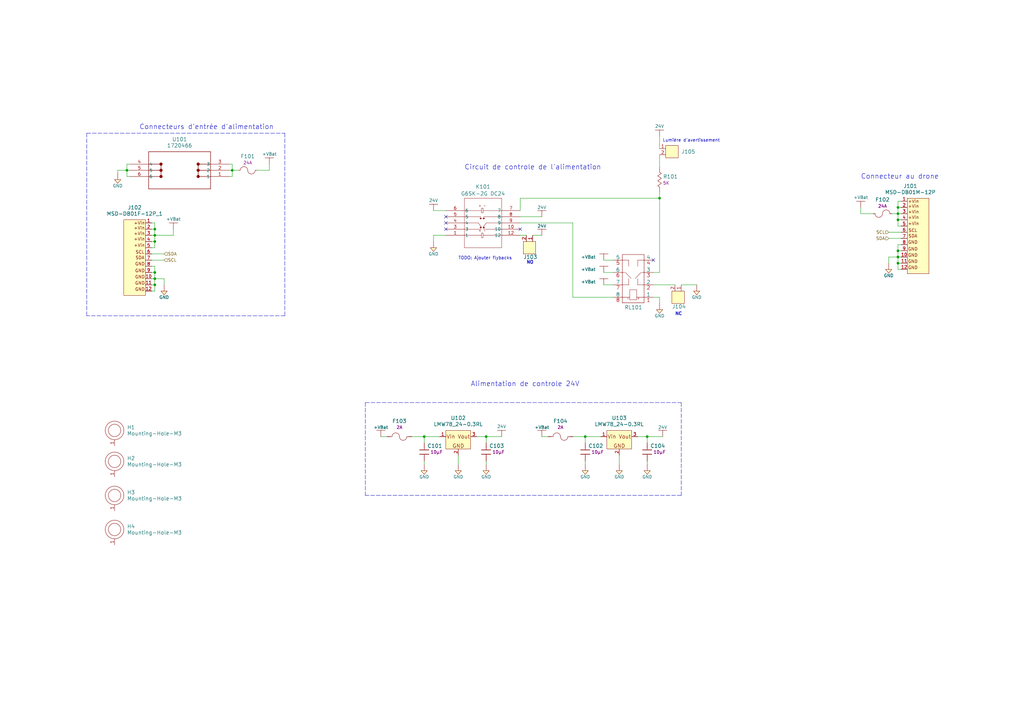
<source format=kicad_sch>
(kicad_sch (version 20230121) (generator eeschema)
  (paper "A3")
  (lib_symbols
    (symbol "Capacitors:GRM32EC72A106ME05L" (pin_numbers hide) (pin_names (offset 0) hide)
      (property "Reference" "C" (at -1.27 4.064 0))
      (property "Capacitance (Farad)" "10µF" (at -1.27 -3.048 0))
      (symbol "GRM32EC72A106ME05L_0_1"
        (polyline (pts (xy -2.54 0) (xy -2.286 0)))
        (polyline (pts (xy -2.159 1.905) (xy -2.159 -1.905)) (stroke (width 0.254)))
        (polyline (pts (xy -0.381 1.905) (xy -0.381 -1.905)) (stroke (width 0.254)))
        (polyline (pts (xy 0 0) (xy -0.254 0)))
        (polyline (pts (xy 0.635 0) (xy 1.27 0)))
      )
      (symbol "GRM32EC72A106ME05L_1_1"
        (pin passive line (at -5.08 0 0) (length 2.54) (name "1") (number "1"))
        (pin passive line (at 2.54 0 180) (length 2.54) (name "2") (number "2"))
      )
    )
    (symbol "Connectors:1720466" (pin_names (offset 0.254))
      (property "Reference" "U" (at 20.32 10.16 0))
      (property "Value" "1720466" (at 20.32 7.62 0))
      (symbol "1720466_0_1"
        (polyline (pts (xy 7.62 -10.16) (xy 33.02 -10.16)) (stroke (width 0.2032)))
        (polyline (pts (xy 7.62 -5.08) (xy 12.7 -5.08)) (stroke (width 0.2032)))
        (polyline (pts (xy 7.62 -2.54) (xy 12.7 -2.54)) (stroke (width 0.2032)))
        (polyline (pts (xy 7.62 0) (xy 12.7 0)) (stroke (width 0.2032)))
        (polyline (pts (xy 7.62 5.08) (xy 7.62 -10.16)) (stroke (width 0.2032)))
        (polyline (pts (xy 12.7 -5.08) (xy 12.7 0)) (stroke (width 0.2032)))
        (polyline (pts (xy 27.94 0) (xy 27.94 -5.08)) (stroke (width 0.2032)))
        (polyline (pts (xy 33.02 -10.16) (xy 33.02 5.08)) (stroke (width 0.2032)))
        (polyline (pts (xy 33.02 -5.08) (xy 27.94 -5.08)) (stroke (width 0.2032)))
        (polyline (pts (xy 33.02 -2.54) (xy 27.94 -2.54)) (stroke (width 0.2032)))
        (polyline (pts (xy 33.02 0) (xy 27.94 0)) (stroke (width 0.2032)))
        (polyline (pts (xy 33.02 5.08) (xy 7.62 5.08)) (stroke (width 0.2032)))
        (circle (center 12.7 -5.08) (radius 0.127) (stroke (width 0.508)))
        (circle (center 12.7 -2.54) (radius 0.127) (stroke (width 0.508)))
        (circle (center 12.7 0) (radius 0.127) (stroke (width 0.508)))
        (circle (center 27.94 -5.08) (radius 0.127) (stroke (width 0.508)))
        (circle (center 27.94 -2.54) (radius 0.127) (stroke (width 0.508)))
        (circle (center 27.94 0) (radius 0.127) (stroke (width 0.508)))
        (pin unspecified line (at 0 0 0) (length 7.62) (name "1") (number "1"))
        (pin unspecified line (at 0 -2.54 0) (length 7.62) (name "2") (number "2"))
        (pin unspecified line (at 0 -5.08 0) (length 7.62) (name "3") (number "3"))
        (pin unspecified line (at 40.64 -5.08 180) (length 7.62) (name "4") (number "4"))
        (pin unspecified line (at 40.64 -2.54 180) (length 7.62) (name "5") (number "5"))
        (pin unspecified line (at 40.64 0 180) (length 7.62) (name "6") (number "6"))
      )
    )
    (symbol "Connectors:64900221122" (pin_names (offset 0) hide)
      (property "Reference" "J" (at 0 5.08 0))
      (property "Value" "64900221122" (at 0 -3.81 0))
      (symbol "64900221122_0_1"
        (rectangle (start -2.54 3.81) (end 2.54 -1.27) (fill (type background)))
      )
      (symbol "64900221122_1_1"
        (pin passive line (at 5.08 0 180) (length 2.54) (name "1") (number "1"))
        (pin passive line (at 5.08 2.54 180) (length 2.54) (name "2") (number "2"))
      )
    )
    (symbol "Connectors:MSD-DB01F-12P_1" (pin_names (offset 0) hide)
      (property "Reference" "J" (at 0 34.29 0))
      (property "Value" "MSD-DB01F-12P_1" (at 0 -3.81 0))
      (symbol "MSD-DB01F-12P_1_0_1"
        (rectangle (start -7.62 31.75) (end 1.27 0.762) (fill (type background)))
      )
      (symbol "MSD-DB01F-12P_1_1_1"
        (text "+Vin" (at -1.27 21.336 0) (effects (font (size 1.27 1.27))))
        (text "+Vin" (at -1.27 23.876 0) (effects (font (size 1.27 1.27))))
        (text "+Vin" (at -1.27 26.162 0) (effects (font (size 1.27 1.27))))
        (text "+Vin" (at -1.27 28.448 0) (effects (font (size 1.27 1.27))))
        (text "+Vin" (at -1.27 30.48 0) (effects (font (size 1.27 1.27))))
        (text "GND" (at -1.016 3.302 0) (effects (font (size 1.27 1.27))))
        (text "GND" (at -1.016 5.842 0) (effects (font (size 1.27 1.27))))
        (text "GND" (at -1.016 8.382 0) (effects (font (size 1.27 1.27))))
        (text "GND" (at -1.016 10.922 0) (effects (font (size 1.27 1.27))))
        (text "GND" (at -1.016 13.716 0) (effects (font (size 1.27 1.27))))
        (text "SCL" (at -1.016 18.542 0) (effects (font (size 1.27 1.27))))
        (text "SDA" (at -1.016 16.256 0) (effects (font (size 1.27 1.27))))
        (pin passive line (at 3.81 30.48 180) (length 2.54) (name "1") (number "1"))
        (pin passive line (at 3.81 7.62 180) (length 2.54) (name "10") (number "10"))
        (pin passive line (at 3.81 5.08 180) (length 2.54) (name "11") (number "11"))
        (pin passive line (at 3.81 2.54 180) (length 2.54) (name "12") (number "12"))
        (pin passive line (at 3.81 27.94 180) (length 2.54) (name "2") (number "2"))
        (pin passive line (at 3.81 25.4 180) (length 2.54) (name "3") (number "3"))
        (pin passive line (at 3.81 22.86 180) (length 2.54) (name "4") (number "4"))
        (pin passive line (at 3.81 20.32 180) (length 2.54) (name "5") (number "5"))
        (pin passive line (at 3.81 17.78 180) (length 2.54) (name "6") (number "6"))
        (pin passive line (at 3.81 15.24 180) (length 2.54) (name "7") (number "7"))
        (pin passive line (at 3.81 12.7 180) (length 2.54) (name "8") (number "8"))
        (pin passive line (at 3.81 10.16 180) (length 2.54) (name "9") (number "9"))
      )
    )
    (symbol "Connectors:MSD-DB01M-12P" (pin_names (offset 0) hide)
      (property "Reference" "J" (at 0 34.29 0))
      (property "Value" "MSD-DB01M-12P" (at 0 -3.81 0))
      (symbol "MSD-DB01M-12P_0_1"
        (rectangle (start -7.62 31.75) (end 1.27 0.762) (fill (type background)))
      )
      (symbol "MSD-DB01M-12P_1_1"
        (text "+Vin" (at -1.27 21.336 0) (effects (font (size 1.27 1.27))))
        (text "+Vin" (at -1.27 23.876 0) (effects (font (size 1.27 1.27))))
        (text "+Vin" (at -1.27 26.162 0) (effects (font (size 1.27 1.27))))
        (text "+Vin" (at -1.27 28.448 0) (effects (font (size 1.27 1.27))))
        (text "+Vin" (at -1.27 30.48 0) (effects (font (size 1.27 1.27))))
        (text "GND" (at -1.016 3.302 0) (effects (font (size 1.27 1.27))))
        (text "GND" (at -1.016 5.842 0) (effects (font (size 1.27 1.27))))
        (text "GND" (at -1.016 8.382 0) (effects (font (size 1.27 1.27))))
        (text "GND" (at -1.016 10.922 0) (effects (font (size 1.27 1.27))))
        (text "GND" (at -1.016 13.716 0) (effects (font (size 1.27 1.27))))
        (text "SCL" (at -1.016 18.542 0) (effects (font (size 1.27 1.27))))
        (text "SDA" (at -1.016 16.256 0) (effects (font (size 1.27 1.27))))
        (pin passive line (at 3.81 30.48 180) (length 2.54) (name "1") (number "1"))
        (pin passive line (at 3.81 7.62 180) (length 2.54) (name "10") (number "10"))
        (pin passive line (at 3.81 5.08 180) (length 2.54) (name "11") (number "11"))
        (pin passive line (at 3.81 2.54 180) (length 2.54) (name "12") (number "12"))
        (pin passive line (at 3.81 27.94 180) (length 2.54) (name "2") (number "2"))
        (pin passive line (at 3.81 25.4 180) (length 2.54) (name "3") (number "3"))
        (pin passive line (at 3.81 22.86 180) (length 2.54) (name "4") (number "4"))
        (pin passive line (at 3.81 20.32 180) (length 2.54) (name "5") (number "5"))
        (pin passive line (at 3.81 17.78 180) (length 2.54) (name "6") (number "6"))
        (pin passive line (at 3.81 15.24 180) (length 2.54) (name "7") (number "7"))
        (pin passive line (at 3.81 12.7 180) (length 2.54) (name "8") (number "8"))
        (pin passive line (at 3.81 10.16 180) (length 2.54) (name "9") (number "9"))
      )
    )
    (symbol "Fuses:047706.3MRET1P" (pin_numbers hide) (pin_names (offset 0) hide)
      (property "Reference" "F" (at 0 2.794 0))
      (property "Current Rating (A)" "6.3A" (at 0 -2.54 0))
      (symbol "047706.3MRET1P_0_1"
        (arc (start 0 0) (mid 1.524 -1.5174) (end 3.048 0))
      )
      (symbol "047706.3MRET1P_1_1"
        (arc (start 0 0) (mid -1.524 1.5174) (end -3.048 0))
        (pin passive line (at -3.81 0 0) (length 0.762) (name "~") (number "~"))
        (pin passive line (at 3.81 0 180) (length 0.762) (name "~") (number "~"))
      )
    )
    (symbol "Fuses:0698Q2000-02" (pin_numbers hide) (pin_names (offset 0) hide)
      (property "Reference" "F" (at 0 2.794 0))
      (property "Current Rating (A)" "2A" (at 0 -2.54 0))
      (symbol "0698Q2000-02_0_1"
        (rectangle (start -3.81 0) (end -3.048 0) (fill (type background)))
        (arc (start 0 0) (mid 1.524 -1.5174) (end 3.048 0))
        (rectangle (start 3.048 0) (end 3.81 0) (fill (type background)))
      )
      (symbol "0698Q2000-02_1_1"
        (arc (start 0 0) (mid -1.524 1.5174) (end -3.048 0))
        (pin passive line (at -5.08 0 0) (length 1.27) (name "1") (number "1"))
        (pin passive line (at 5.08 0 180) (length 1.27) (name "2") (number "2"))
      )
    )
    (symbol "Mechanicals:Mounting-Hole-M3" (pin_names (offset 1.016))
      (property "Reference" "H" (at 0 5.08 0))
      (property "Value" "Mounting-Hole-M3" (at 0 -11.43 0))
      (symbol "Mounting-Hole-M3_0_1"
        (circle (center 0 0) (radius 2.54))
        (circle (center 0 0) (radius 3.81))
      )
      (symbol "Mounting-Hole-M3_1_1"
        (pin input line (at 0 -6.35 90) (length 2.54) (name "~") (number "1"))
      )
    )
    (symbol "PMIC:LMW78_24-0.3RL" (pin_names (offset 0) hide)
      (property "Reference" "U" (at 0 3.81 0))
      (property "Value" "LMW78_24-0.3RL" (at 0 -10.16 0))
      (symbol "LMW78_24-0.3RL_0_0"
        (text "GND" (at 0 -3.81 0) (effects (font (size 1.524 1.524))))
        (text "Vin" (at -3.048 0 0) (effects (font (size 1.524 1.524))))
        (text "Vout" (at 2.286 0 0) (effects (font (size 1.524 1.524))))
      )
      (symbol "LMW78_24-0.3RL_0_1"
        (rectangle (start -5.08 -5.08) (end 5.08 2.54) (fill (type background)))
      )
      (symbol "LMW78_24-0.3RL_1_1"
        (pin input line (at -7.62 0 0) (length 2.54) (name "Vin") (number "1"))
        (pin input line (at 0 -7.62 90) (length 2.54) (name "GND") (number "2"))
        (pin input line (at 7.62 0 180) (length 2.54) (name "Vout") (number "3"))
      )
    )
    (symbol "Power_Port:+24V_Bat" (power) (pin_numbers hide) (pin_names (offset 0) hide)
      (property "Value" "+24V_Bat" (at -0.254 3.556 0))
      (symbol "+24V_Bat_0_1"
        (polyline (pts (xy -1.778 2.54) (xy 0 2.54)))
        (polyline (pts (xy 0 0) (xy 0 2.54)))
        (polyline (pts (xy 0 2.54) (xy 1.778 2.54)))
      )
      (symbol "+24V_Bat_1_1"
        (pin power_in line (at 0 0 90) (length 0) hide (name "24V") (number "1"))
      )
    )
    (symbol "Power_Port:+24V_Tether" (power) (pin_numbers hide) (pin_names (offset 0) hide)
      (property "Value" "+24V_Tether" (at -0.254 3.556 0))
      (symbol "+24V_Tether_0_1"
        (polyline (pts (xy -1.778 2.54) (xy 0 2.54)))
        (polyline (pts (xy 0 0) (xy 0 2.54)))
        (polyline (pts (xy 0 2.54) (xy 1.778 2.54)))
      )
      (symbol "+24V_Tether_1_1"
        (pin power_in line (at 0 0 90) (length 0) hide (name "24V") (number "1"))
      )
    )
    (symbol "Power_Port:+V_Bat" (power) (pin_numbers hide) (pin_names (offset 0) hide)
      (property "Value" "+V_Bat" (at -0.254 3.556 0))
      (symbol "+V_Bat_0_1"
        (polyline (pts (xy -1.778 2.54) (xy 0 2.54)))
        (polyline (pts (xy 0 0) (xy 0 2.54)))
        (polyline (pts (xy 0 2.54) (xy 1.778 2.54)))
      )
      (symbol "+V_Bat_1_1"
        (pin power_in line (at 0 0 90) (length 0) hide (name "+VBat") (number "1"))
      )
    )
    (symbol "Power_Port:+V_Drone" (power) (pin_numbers hide) (pin_names (offset 0) hide)
      (property "Value" "+V_Drone" (at -0.254 3.556 0))
      (symbol "+V_Drone_0_1"
        (polyline (pts (xy -1.778 2.54) (xy 0 2.54)))
        (polyline (pts (xy 0 0) (xy 0 2.54)))
        (polyline (pts (xy 0 2.54) (xy 1.778 2.54)))
      )
      (symbol "+V_Drone_1_1"
        (pin power_in line (at 0 0 90) (length 0) hide (name "+VBat") (number "1"))
      )
    )
    (symbol "Power_Port:+V_Tether" (power) (pin_numbers hide) (pin_names (offset 0) hide)
      (property "Value" "+V_Tether" (at -0.254 3.556 0))
      (symbol "+V_Tether_0_1"
        (polyline (pts (xy -1.778 2.54) (xy 0 2.54)))
        (polyline (pts (xy 0 0) (xy 0 2.54)))
        (polyline (pts (xy 0 2.54) (xy 1.778 2.54)))
      )
      (symbol "+V_Tether_1_1"
        (pin power_in line (at 0 0 90) (length 0) hide (name "+VBat") (number "1"))
      )
    )
    (symbol "Power_Port:GND" (power) (pin_numbers hide) (pin_names (offset 0) hide)
      (property "Value" "GND" (at 0 -2.54 0))
      (symbol "GND_0_1"
        (polyline (pts (xy 0 0) (xy 1.27 0)))
        (polyline (pts (xy -1.27 0) (xy 0 -1.524) (xy 1.27 0)) (fill (type background)))
        (polyline (pts (xy 0 2.54) (xy 0 0) (xy -1.27 0)))
      )
      (symbol "GND_1_1"
        (pin power_in line (at 0 2.54 90) (length 0) hide (name "GND") (number "1"))
      )
    )
    (symbol "Relays:2-1462039-9" (pin_names (offset 0))
      (property "Reference" "RL" (at 11.2268 10.9728 0))
      (symbol "2-1462039-9_0_1"
        (polyline (pts (xy 7.62 -17.526) (xy 7.62 2.286)) (stroke (width 0.1524)))
        (polyline (pts (xy 7.62 -15.24) (xy 10.668 -15.24)) (stroke (width 0.1524)))
        (polyline (pts (xy 9.652 -15.748) (xy 10.16 -15.748)) (stroke (width 0.1524)))
        (polyline (pts (xy 9.906 -16.002) (xy 9.906 -15.494)) (stroke (width 0.1524)))
        (polyline (pts (xy 13.97 -15.748) (xy 14.478 -15.748)) (stroke (width 0.1524)))
        (polyline (pts (xy 16.51 -17.526) (xy 7.62 -17.526)) (stroke (width 0.1524)))
        (polyline (pts (xy 16.51 -15.24) (xy 13.462 -15.24)) (stroke (width 0.1524)))
        (polyline (pts (xy 16.51 -17.526) (xy 16.51 2.286) (xy 7.62 2.286)) (stroke (width 0.1524)))
      )
      (symbol "2-1462039-9_1_1"
        (polyline (pts (xy 7.62 -10.16) (xy 10.3632 -10.16)) (stroke (width 0.127)))
        (polyline (pts (xy 7.62 -5.08) (xy 8.6868 -5.08)) (stroke (width 0.127)))
        (polyline (pts (xy 8.89 -5.08) (xy 11.176 -7.5184)) (stroke (width 0.127)))
        (polyline (pts (xy 10.16 -10.16) (xy 10.16 -7.62)) (stroke (width 0.127)))
        (polyline (pts (xy 10.16 -2.54) (xy 10.16 0)) (stroke (width 0.127)))
        (polyline (pts (xy 10.16 0) (xy 7.4168 0)) (stroke (width 0.127)))
        (polyline (pts (xy 10.668 -16.256) (xy 10.668 -12.192)) (stroke (width 0.127)))
        (polyline (pts (xy 10.668 -12.192) (xy 13.462 -12.192)) (stroke (width 0.127)))
        (polyline (pts (xy 13.462 -16.256) (xy 10.668 -16.256)) (stroke (width 0.127)))
        (polyline (pts (xy 13.462 -12.192) (xy 13.462 -16.256)) (stroke (width 0.127)))
        (polyline (pts (xy 13.97 -10.16) (xy 13.97 -7.62)) (stroke (width 0.127)))
        (polyline (pts (xy 13.97 0) (xy 13.97 -2.54)) (stroke (width 0.127)))
        (polyline (pts (xy 15.24 -5.08) (xy 12.954 -7.5184)) (stroke (width 0.127)))
        (polyline (pts (xy 16.51 -10.16) (xy 13.7668 -10.16)) (stroke (width 0.127)))
        (polyline (pts (xy 16.51 -5.08) (xy 15.4432 -5.08)) (stroke (width 0.127)))
        (polyline (pts (xy 16.51 0) (xy 13.9192 0)) (stroke (width 0.127)))
        (pin unspecified line (at 3.81 -15.24 0) (length 4) (name "1") (number "1"))
        (pin unspecified line (at 3.81 -10.16 0) (length 4) (name "2") (number "2"))
        (pin unspecified line (at 3.81 -5.08 0) (length 4) (name "3") (number "3"))
        (pin unspecified line (at 3.81 0 0) (length 4) (name "4") (number "4"))
        (pin unspecified line (at 20.32 0 180) (length 4) (name "5") (number "5"))
        (pin unspecified line (at 20.32 -5.08 180) (length 4) (name "6") (number "6"))
        (pin unspecified line (at 20.32 -10.16 180) (length 4) (name "7") (number "7"))
        (pin unspecified line (at 20.32 -15.24 180) (length 4) (name "8") (number "8"))
      )
    )
    (symbol "Relays:G6SK-2G_DC24" (pin_names (offset 0.254))
      (property "Reference" "K" (at 15.24 10.16 0))
      (property "Value" "G6SK-2G DC24" (at 16.256 8.128 0))
      (symbol "G6SK-2G_DC24_0_1"
        (polyline (pts (xy 7.62 -15.24) (xy 22.86 -15.24)) (stroke (width 0.127)))
        (polyline (pts (xy 7.62 -7.62) (xy 14.2875 -7.62)) (stroke (width 0.127)))
        (polyline (pts (xy 7.62 -2.54) (xy 14.2875 -2.54)) (stroke (width 0.127)))
        (polyline (pts (xy 7.62 5.08) (xy 7.62 -15.24)) (stroke (width 0.127)))
        (polyline (pts (xy 13.335 -5.08) (xy 7.62 -5.08)) (stroke (width 0.127)))
        (polyline (pts (xy 13.97 -11.7475) (xy 13.97 -12.3825)) (stroke (width 0.127)))
        (polyline (pts (xy 13.97 -6.985) (xy 14.2875 -6.6675)) (stroke (width 0.127)))
        (polyline (pts (xy 13.97 -6.985) (xy 14.605 -6.985)) (stroke (width 0.127)))
        (polyline (pts (xy 13.97 -3.175) (xy 14.2875 -3.4925)) (stroke (width 0.127)))
        (polyline (pts (xy 13.97 -3.175) (xy 14.605 -3.175)) (stroke (width 0.127)))
        (polyline (pts (xy 13.97 -1.5875) (xy 13.97 -2.2225)) (stroke (width 0.127)))
        (polyline (pts (xy 14.2875 -12.065) (xy 13.6525 -12.065)) (stroke (width 0.127)))
        (polyline (pts (xy 14.2875 -7.62) (xy 14.2875 -6.985)) (stroke (width 0.127)))
        (polyline (pts (xy 14.2875 -6.6675) (xy 14.605 -6.985)) (stroke (width 0.127)))
        (polyline (pts (xy 14.2875 -3.4925) (xy 14.605 -3.175)) (stroke (width 0.127)))
        (polyline (pts (xy 14.2875 -2.54) (xy 14.2875 -3.175)) (stroke (width 0.127)))
        (polyline (pts (xy 14.2875 -1.905) (xy 13.6525 -1.905)) (stroke (width 0.127)))
        (polyline (pts (xy 14.605 -11.1125) (xy 15.24 -11.1125)) (stroke (width 0.127)))
        (polyline (pts (xy 14.605 -10.16) (xy 7.62 -10.16)) (stroke (width 0.127)))
        (polyline (pts (xy 14.605 -9.2075) (xy 14.605 -11.1125)) (stroke (width 0.127)))
        (polyline (pts (xy 14.605 -9.2075) (xy 15.24 -9.2075)) (stroke (width 0.127)))
        (polyline (pts (xy 14.605 -3.175) (xy 13.335 -5.08)) (stroke (width 0.127)))
        (polyline (pts (xy 14.605 -0.9525) (xy 15.24 -0.9525)) (stroke (width 0.127)))
        (polyline (pts (xy 14.605 0) (xy 7.62 0)) (stroke (width 0.127)))
        (polyline (pts (xy 14.605 0.9525) (xy 14.605 -0.9525)) (stroke (width 0.127)))
        (polyline (pts (xy 14.605 0.9525) (xy 15.24 0.9525)) (stroke (width 0.127)))
        (polyline (pts (xy 15.24 -10.16) (xy 22.86 -10.16)) (stroke (width 0.127)))
        (polyline (pts (xy 15.24 -9.2075) (xy 15.24 -11.1125)) (stroke (width 0.127)))
        (polyline (pts (xy 15.24 -3.175) (xy 16.51 -5.08)) (stroke (width 0.127)))
        (polyline (pts (xy 15.24 0) (xy 22.86 0)) (stroke (width 0.127)))
        (polyline (pts (xy 15.24 0.9525) (xy 15.24 -0.9525)) (stroke (width 0.127)))
        (polyline (pts (xy 15.5575 -12.065) (xy 16.1925 -12.065)) (stroke (width 0.127)))
        (polyline (pts (xy 15.5575 -7.62) (xy 15.5575 -6.985)) (stroke (width 0.127)))
        (polyline (pts (xy 15.5575 -6.6675) (xy 15.24 -6.985)) (stroke (width 0.127)))
        (polyline (pts (xy 15.5575 -3.4925) (xy 15.24 -3.175)) (stroke (width 0.127)))
        (polyline (pts (xy 15.5575 -2.54) (xy 15.5575 -3.175)) (stroke (width 0.127)))
        (polyline (pts (xy 15.5575 -1.905) (xy 16.1925 -1.905)) (stroke (width 0.127)))
        (polyline (pts (xy 15.875 -6.985) (xy 15.24 -6.985)) (stroke (width 0.127)))
        (polyline (pts (xy 15.875 -6.985) (xy 15.5575 -6.6675)) (stroke (width 0.127)))
        (polyline (pts (xy 15.875 -3.175) (xy 15.24 -3.175)) (stroke (width 0.127)))
        (polyline (pts (xy 15.875 -3.175) (xy 15.5575 -3.4925)) (stroke (width 0.127)))
        (polyline (pts (xy 16.51 -5.08) (xy 22.86 -5.08)) (stroke (width 0.127)))
        (polyline (pts (xy 22.86 -15.24) (xy 22.86 5.08)) (stroke (width 0.127)))
        (polyline (pts (xy 22.86 -7.62) (xy 15.5575 -7.62)) (stroke (width 0.127)))
        (polyline (pts (xy 22.86 -2.54) (xy 15.5575 -2.54)) (stroke (width 0.127)))
        (polyline (pts (xy 22.86 5.08) (xy 7.62 5.08)) (stroke (width 0.127)))
        (polyline (pts (xy 13.97 -6.985) (xy 14.2875 -6.6675) (xy 14.605 -6.985)) (fill (type outline)))
        (polyline (pts (xy 13.97 -3.175) (xy 14.605 -3.175) (xy 14.2875 -3.4925)) (fill (type outline)))
        (polyline (pts (xy 15.875 -6.985) (xy 15.5575 -6.6675) (xy 15.24 -6.985)) (fill (type outline)))
        (polyline (pts (xy 15.875 -3.175) (xy 15.24 -3.175) (xy 15.5575 -3.4925)) (fill (type outline)))
        (pin unspecified line (at 0 0 0) (length 7.62) (name "1") (number "1"))
        (pin unspecified line (at 30.48 -2.54 180) (length 7.62) (name "10") (number "10"))
        (pin unspecified line (at 30.48 0 180) (length 7.62) (name "12") (number "12"))
        (pin unspecified line (at 0 -2.54 0) (length 7.62) (name "3") (number "3"))
        (pin unspecified line (at 0 -5.08 0) (length 7.62) (name "4") (number "4"))
        (pin unspecified line (at 0 -7.62 0) (length 7.62) (name "5") (number "5"))
        (pin unspecified line (at 0 -10.16 0) (length 7.62) (name "6") (number "6"))
        (pin unspecified line (at 30.48 -10.16 180) (length 7.62) (name "7") (number "7"))
        (pin unspecified line (at 30.48 -7.62 180) (length 7.62) (name "8") (number "8"))
        (pin unspecified line (at 30.48 -5.08 180) (length 7.62) (name "9") (number "9"))
      )
    )
    (symbol "Resistors:RC1206JR-07120RL" (pin_numbers hide) (pin_names (offset 0) hide)
      (property "Reference" "R" (at 0 2.032 0))
      (property "Resistance (Ohms)" "120" (at 0 -1.778 0))
      (symbol "RC1206JR-07120RL_0_1"
        (rectangle (start -3.048 0) (end -3.81 0))
        (polyline (pts (xy -3.048 0) (xy -2.54 0.762) (xy -2.032 0) (xy -1.524 -0.762) (xy -1.016 0) (xy -0.508 0.762) (xy 0 0) (xy 0.508 -0.762) (xy 1.016 0) (xy 1.524 0.762) (xy 2.032 0) (xy 2.54 -0.762) (xy 3.048 0)))
        (rectangle (start 3.81 0) (end 3.048 0))
      )
      (symbol "RC1206JR-07120RL_1_1"
        (pin passive line (at -5.08 0 0) (length 1.27) (name "1") (number "1"))
        (pin passive line (at 5.08 0 180) (length 1.27) (name "2") (number "2"))
      )
    )
  )
  (junction (at 368.3 107.95))
  (junction (at 95.25 69.85))
  (junction (at 199.39 179.07))
  (junction (at 368.3 102.87))
  (junction (at 63.5 111.76))
  (junction (at 63.5 93.98))
  (junction (at 240.03 179.07))
  (junction (at 368.3 90.17))
  (junction (at 52.07 69.85))
  (junction (at 63.5 114.3))
  (junction (at 270.51 81.28))
  (junction (at 265.43 179.07))
  (junction (at 368.3 87.63))
  (junction (at 368.3 85.09))
  (junction (at 63.5 96.52))
  (junction (at 368.3 105.41))
  (junction (at 173.99 179.07))
  (junction (at 63.5 116.84))
  (junction (at 63.5 99.06))
  (no_connect (at 182.88 93.98))
  (no_connect (at 267.97 106.68))
  (no_connect (at 182.88 91.44))
  (no_connect (at 213.36 93.98))
  (no_connect (at 182.88 88.9))
  (wire (pts (xy 63.5 116.84) (xy 62.23 116.84)))
  (wire (pts (xy 63.5 111.76) (xy 63.5 109.22)))
  (wire (pts (xy 369.57 82.55) (xy 368.3 82.55)))
  (wire (pts (xy 63.5 91.44) (xy 62.23 91.44)))
  (wire (pts (xy 63.5 114.3) (xy 63.5 111.76)))
  (wire (pts (xy 247.65 106.68) (xy 251.46 106.68)))
  (wire (pts (xy 62.23 119.38) (xy 63.5 119.38)))
  (wire (pts (xy 222.25 88.9) (xy 213.36 88.9)))
  (wire (pts (xy 270.51 121.92) (xy 270.51 124.46)))
  (wire (pts (xy 63.5 119.38) (xy 63.5 116.84)))
  (wire (pts (xy 67.31 116.84) (xy 67.31 114.3)))
  (wire (pts (xy 199.39 179.07) (xy 205.74 179.07)))
  (wire (pts (xy 67.31 114.3) (xy 63.5 114.3)))
  (wire (pts (xy 369.57 90.17) (xy 368.3 90.17)))
  (wire (pts (xy 52.07 69.85) (xy 52.07 67.31)))
  (wire (pts (xy 234.95 91.44) (xy 234.95 121.92)))
  (wire (pts (xy 63.5 109.22) (xy 62.23 109.22)))
  (wire (pts (xy 267.97 116.84) (xy 276.86 116.84)))
  (wire (pts (xy 95.25 69.85) (xy 95.25 67.31)))
  (wire (pts (xy 63.5 96.52) (xy 71.12 96.52)))
  (wire (pts (xy 71.12 96.52) (xy 71.12 93.98)))
  (wire (pts (xy 369.57 92.71) (xy 368.3 92.71)))
  (polyline (pts (xy 279.4 165.1) (xy 279.4 203.2)) (stroke (width 0) (type dash)))
  (wire (pts (xy 63.5 99.06) (xy 62.23 99.06)))
  (wire (pts (xy 368.3 85.09) (xy 368.3 82.55)))
  (wire (pts (xy 353.06 87.63) (xy 353.06 85.09)))
  (wire (pts (xy 368.3 105.41) (xy 368.3 102.87)))
  (wire (pts (xy 173.99 181.61) (xy 173.99 179.07)))
  (wire (pts (xy 63.5 93.98) (xy 63.5 91.44)))
  (wire (pts (xy 63.5 96.52) (xy 63.5 93.98)))
  (wire (pts (xy 110.49 69.85) (xy 110.49 67.31)))
  (wire (pts (xy 177.8 96.52) (xy 182.88 96.52)))
  (wire (pts (xy 173.99 189.23) (xy 173.99 190.5)))
  (wire (pts (xy 213.36 91.44) (xy 234.95 91.44)))
  (polyline (pts (xy 35.56 54.61) (xy 35.56 129.54)) (stroke (width 0) (type dash)))
  (wire (pts (xy 261.62 179.07) (xy 265.43 179.07)))
  (wire (pts (xy 95.25 67.31) (xy 93.98 67.31)))
  (wire (pts (xy 358.14 87.63) (xy 353.06 87.63)))
  (wire (pts (xy 270.51 78.74) (xy 270.51 81.28)))
  (wire (pts (xy 199.39 179.07) (xy 199.39 181.61)))
  (wire (pts (xy 368.3 105.41) (xy 364.49 105.41)))
  (wire (pts (xy 240.03 179.07) (xy 246.38 179.07)))
  (wire (pts (xy 270.51 81.28) (xy 270.51 111.76)))
  (wire (pts (xy 105.41 69.85) (xy 110.49 69.85)))
  (wire (pts (xy 173.99 179.07) (xy 180.34 179.07)))
  (wire (pts (xy 265.43 179.07) (xy 271.78 179.07)))
  (wire (pts (xy 368.3 107.95) (xy 368.3 105.41)))
  (wire (pts (xy 368.3 87.63) (xy 365.76 87.63)))
  (wire (pts (xy 234.95 121.92) (xy 251.46 121.92)))
  (wire (pts (xy 62.23 106.68) (xy 67.31 106.68)))
  (wire (pts (xy 62.23 101.6) (xy 63.5 101.6)))
  (polyline (pts (xy 149.86 165.1) (xy 149.86 203.2)) (stroke (width 0) (type dash)))
  (wire (pts (xy 267.97 111.76) (xy 270.51 111.76)))
  (wire (pts (xy 93.98 69.85) (xy 95.25 69.85)))
  (wire (pts (xy 368.3 102.87) (xy 369.57 102.87)))
  (wire (pts (xy 63.5 111.76) (xy 62.23 111.76)))
  (wire (pts (xy 368.3 110.49) (xy 368.3 107.95)))
  (wire (pts (xy 177.8 99.06) (xy 177.8 96.52)))
  (wire (pts (xy 240.03 181.61) (xy 240.03 179.07)))
  (wire (pts (xy 265.43 189.23) (xy 265.43 190.5)))
  (wire (pts (xy 95.25 69.85) (xy 97.79 69.85)))
  (wire (pts (xy 368.3 92.71) (xy 368.3 90.17)))
  (wire (pts (xy 368.3 90.17) (xy 368.3 87.63)))
  (wire (pts (xy 168.91 179.07) (xy 173.99 179.07)))
  (wire (pts (xy 52.07 67.31) (xy 53.34 67.31)))
  (wire (pts (xy 247.65 111.76) (xy 251.46 111.76)))
  (polyline (pts (xy 35.56 54.61) (xy 116.84 54.61)) (stroke (width 0) (type dash)))
  (wire (pts (xy 182.88 86.36) (xy 177.8 86.36)))
  (wire (pts (xy 63.5 99.06) (xy 63.5 96.52)))
  (wire (pts (xy 240.03 189.23) (xy 240.03 190.5)))
  (wire (pts (xy 213.36 81.28) (xy 270.51 81.28)))
  (wire (pts (xy 222.25 179.07) (xy 224.79 179.07)))
  (wire (pts (xy 364.49 105.41) (xy 364.49 107.95)))
  (wire (pts (xy 63.5 93.98) (xy 62.23 93.98)))
  (wire (pts (xy 369.57 85.09) (xy 368.3 85.09)))
  (wire (pts (xy 267.97 121.92) (xy 270.51 121.92)))
  (wire (pts (xy 270.51 63.5) (xy 270.51 68.58)))
  (wire (pts (xy 369.57 110.49) (xy 368.3 110.49)))
  (wire (pts (xy 265.43 179.07) (xy 265.43 181.61)))
  (wire (pts (xy 270.51 55.88) (xy 270.51 60.96)))
  (wire (pts (xy 52.07 69.85) (xy 53.34 69.85)))
  (wire (pts (xy 63.5 116.84) (xy 63.5 114.3)))
  (wire (pts (xy 247.65 116.84) (xy 251.46 116.84)))
  (wire (pts (xy 368.3 87.63) (xy 368.3 85.09)))
  (wire (pts (xy 195.58 179.07) (xy 199.39 179.07)))
  (polyline (pts (xy 149.86 165.1) (xy 279.4 165.1)) (stroke (width 0) (type dash)))
  (polyline (pts (xy 279.4 203.2) (xy 149.86 203.2)) (stroke (width 0) (type dash)))
  (wire (pts (xy 187.96 186.69) (xy 187.96 190.5)))
  (wire (pts (xy 53.34 72.39) (xy 52.07 72.39)))
  (wire (pts (xy 369.57 95.25) (xy 364.49 95.25)))
  (wire (pts (xy 279.4 116.84) (xy 285.75 116.84)))
  (wire (pts (xy 63.5 114.3) (xy 62.23 114.3)))
  (wire (pts (xy 93.98 72.39) (xy 95.25 72.39)))
  (polyline (pts (xy 116.84 129.54) (xy 35.56 129.54)) (stroke (width 0) (type dash)))
  (wire (pts (xy 218.44 96.52) (xy 222.25 96.52)))
  (wire (pts (xy 62.23 104.14) (xy 67.31 104.14)))
  (wire (pts (xy 368.3 100.33) (xy 369.57 100.33)))
  (wire (pts (xy 156.21 179.07) (xy 158.75 179.07)))
  (wire (pts (xy 63.5 101.6) (xy 63.5 99.06)))
  (wire (pts (xy 368.3 107.95) (xy 369.57 107.95)))
  (wire (pts (xy 95.25 72.39) (xy 95.25 69.85)))
  (wire (pts (xy 63.5 96.52) (xy 62.23 96.52)))
  (wire (pts (xy 52.07 72.39) (xy 52.07 69.85)))
  (wire (pts (xy 213.36 96.52) (xy 215.9 96.52)))
  (wire (pts (xy 368.3 105.41) (xy 369.57 105.41)))
  (wire (pts (xy 369.57 87.63) (xy 368.3 87.63)))
  (wire (pts (xy 254 186.69) (xy 254 190.5)))
  (wire (pts (xy 48.26 69.85) (xy 52.07 69.85)))
  (wire (pts (xy 368.3 102.87) (xy 368.3 100.33)))
  (wire (pts (xy 199.39 189.23) (xy 199.39 190.5)))
  (wire (pts (xy 234.95 179.07) (xy 240.03 179.07)))
  (wire (pts (xy 213.36 81.28) (xy 213.36 86.36)))
  (polyline (pts (xy 116.84 54.61) (xy 116.84 129.54)) (stroke (width 0) (type dash)))
  (wire (pts (xy 48.26 71.12) (xy 48.26 69.85)))
  (wire (pts (xy 369.57 97.79) (xy 364.49 97.79)))
  (text "Lumière d'avertissement" (at 271.78 58.42 0) (effects (font (size 1.27 1.27)) (justify left bottom)))
  (text "NO\n\n" (at 215.9 110.49 0) (effects (font (size 1.27 1.27) (thickness 0.254) bold) (justify left bottom)))
  (text "TODO: Ajouter flybacks" (at 187.96 106.68 0) (effects (font (size 1.27 1.27)) (justify left bottom)))
  (text "Circuit de controle de l'alimentation" (at 190.5 69.85 0) (effects (font (size 2 2)) (justify left bottom)))
  (text "Alimentation de controle 24V" (at 193.04 158.75 0) (effects (font (size 2 2)) (justify left bottom)))
  (text "NC\n" (at 276.86 129.54 0) (effects (font (size 1.27 1.27) (thickness 0.254) bold) (justify left bottom)))
  (text "Connecteurs d'entrée d'alimentation" (at 57.15 53.34 0) (effects (font (size 2 2)) (justify left bottom)))
  (text "Connecteur au drone" (at 353.06 73.66 0) (effects (font (size 2 2)) (justify left bottom)))
  (hierarchical_label "SCL" (shape input) (at 364.49 95.25 180))
  (hierarchical_label "SDA" (shape input) (at 67.31 104.14 0))
  (hierarchical_label "SCL" (shape input) (at 67.31 106.68 0))
  (hierarchical_label "SDA" (shape input) (at 364.49 97.79 180))
  (symbol (lib_id "Power_Port:GND") (at 173.99 193.04 0) (unit 1)
    (property "Reference" "#PWR0119" (effects hide))
    (property "Value" "GND" (at 173.99 195.58 0))
  )
  (symbol (lib_id "Resistors:RC1206JR-07120RL") (at 270.51 73.66 90) (unit 1)
    (property "Reference" "R101" (at 271.907 72.4479 90) (effects (font (size 1.524 1.524)) (justify right)))
    (property "Value" "RC1206JR-07120RL" (effects hide))
    (property "Footprint" "Resistors:R1206" (effects hide))
    (property "Datasheet" "http://www.yageo.com/documents/recent/PYu-RC_Group_51_RoHS_L_7.pdf" (effects hide))
    (property "Supplier" "Digikey" (effects hide))
    (property "Supplier Part Number" "311-120ERCT-ND" (effects hide))
    (property "Manufacturer" "Yageo" (effects hide))
    (property "Manufacturer Part Number" "RC1206JR-07120RL" (effects hide))
    (property "Description" "RES SMD 120 OHM 5% 1/4W 1206" (effects hide))
    (property "Resistance (Ohms)" "5K" (at 271.907 75.0764 90) (effects (justify right)))
    (property "Tolerance (%)" "±5%" (effects hide))
    (property "Puissance (Watts)" "1/4W" (effects hide))
  )
  (symbol (lib_id "Capacitors:GRM32EC72A106ME05L") (at 240.03 184.15 90) (unit 1)
    (property "Reference" "C102" (at 241.3 182.88 90) (effects (font (size 1.524 1.524)) (justify right)))
    (property "Value" "GRM32EC72A106ME05L" (effects hide))
    (property "Footprint" "Capacitors:C1210" (effects hide))
    (property "Datasheet" "D" (effects hide))
    (property "Supplier" "Digikey" (effects hide))
    (property "Supplier Part Number" "490-GRM32EC72A106ME05LCT-ND" (effects hide))
    (property "Manufacturer" "Murata Electronics" (effects hide))
    (property "Manufacturer Part Number" "GRM32EC72A106ME05L" (effects hide))
    (property "Description" "CAP CER 10UF 100V" (effects hide))
    (property "Capacitance (Farad)" "10µF" (at 242.57 185.42 90) (effects (justify right)))
    (property "Tolerance (%)" "±20%" (effects hide))
    (property "Voltage Rated (Volt)" "100" (effects hide))
  )
  (symbol (lib_id "Power_Port:GND") (at 187.96 193.04 0) (unit 1)
    (property "Reference" "#PWR0118" (effects hide))
    (property "Value" "GND" (at 187.96 195.58 0))
  )
  (symbol (lib_id "Mechanicals:Mounting-Hole-M3") (at 46.99 217.17 0) (unit 1)
    (property "Reference" "H4" (at 52.07 215.9 0) (effects (font (size 1.524 1.524)) (justify left)))
    (property "Value" "Mounting-Hole-M3" (at 52.07 218.44 0) (effects (font (size 1.524 1.524)) (justify left)))
    (property "Footprint" "Connectors:Mounting_Hole_3mm" (effects hide))
  )
  (symbol (lib_id "PMIC:LMW78_24-0.3RL") (at 254 179.07 0) (unit 1)
    (property "Reference" "U103" (at 254 171.45 0) (effects (font (size 1.524 1.524))))
    (property "Value" "LMW78_24-0.3RL" (at 254 173.99 0) (effects (font (size 1.524 1.524))))
    (property "Footprint" "Assembly:OKI-78SR_Horizontal" (effects hide))
    (property "Datasheet" "https://gaptec-electronic.com/datenblaetter/LMW78_0.5R.pdf" (effects hide))
    (property "Supplier" "Digikey" (effects hide))
    (property "Supplier Part Number" "3182-LMW78_24-03R-ND" (effects hide))
    (property "Manufacturer" "GAPTEC Electronic" (effects hide))
    (property "Manufacturer Part Number" "LMW78_24-03R" (effects hide))
    (property "Description" "DC/DC CONVERTER 24V 12W" (effects hide))
    (property "Voltage - Input (Min)" "36V" (effects hide))
    (property "Voltage - Input (Max)" "90V" (effects hide))
    (property "Voltage - Output (Min/Fixed)" "24V" (effects hide))
    (property "Current - Output" "500mA" (effects hide))
  )
  (symbol (lib_id "Mechanicals:Mounting-Hole-M3") (at 46.99 203.2 0) (unit 1)
    (property "Reference" "H3" (at 52.07 201.93 0) (effects (font (size 1.524 1.524)) (justify left)))
    (property "Value" "Mounting-Hole-M3" (at 52.07 204.47 0) (effects (font (size 1.524 1.524)) (justify left)))
    (property "Footprint" "Connectors:Mounting_Hole_3mm" (effects hide))
  )
  (symbol (lib_id "Power_Port:GND") (at 48.26 73.66 0) (unit 1)
    (property "Reference" "#PWR0103" (effects hide))
    (property "Value" "GND" (at 48.26 76.2 0))
  )
  (symbol (lib_id "Power_Port:+24V_Bat") (at 177.8 86.36 0) (unit 1)
    (property "Reference" "#PWR0108" (effects hide))
    (property "Value" "+24V_Bat" (at 177.8 82.2269 0))
  )
  (symbol (lib_id "Relays:G6SK-2G_DC24") (at 182.88 96.52 0) (mirror x) (unit 1)
    (property "Reference" "K101" (at 198.12 76.5863 0) (effects (font (size 1.524 1.524))))
    (property "Value" "G6SK-2G DC24" (at 198.12 79.4191 0) (effects (font (size 1.524 1.524))))
    (property "Footprint" "Relays:G6SK-2G DC3_OMR" (effects hide))
    (property "Datasheet" "G6SK-2G DC24" (effects hide))
  )
  (symbol (lib_id "Power_Port:+V_Tether") (at 247.65 106.68 0) (unit 1)
    (property "Reference" "#PWR0111" (effects hide))
    (property "Value" "+V_Tether" (at 241.3 105.41 0))
  )
  (symbol (lib_id "Connectors:MSD-DB01F-12P_1") (at 58.42 121.92 0) (unit 1)
    (property "Reference" "J102" (at 55.245 85.1154 0) (effects (font (size 1.524 1.524))))
    (property "Value" "MSD-DB01F-12P_1" (at 55.245 87.6554 0) (effects (font (size 1.524 1.524))))
    (property "Footprint" "Connectors:MSD-DB01F-12P-V2.0" (effects hide))
    (property "Supplier" "MISA TECH CO." (effects hide))
    (property "Supplier Part Number" "MSD-DB01M-12P" (effects hide))
    (property "Manufacturer" "MISA TECH CO." (effects hide))
    (property "Description" "CONNECTUR FEMELLE 12PINS 2.7mm" (effects hide))
  )
  (symbol (lib_id "Power_Port:+V_Bat") (at 71.12 93.98 0) (mirror y) (unit 1)
    (property "Reference" "#PWR0105" (effects hide))
    (property "Value" "+V_Bat" (at 71.12 89.8469 0))
  )
  (symbol (lib_id "Power_Port:+24V_Tether") (at 271.78 179.07 0) (unit 1)
    (property "Reference" "#PWR0124" (effects hide))
    (property "Value" "+24V_Tether" (at 271.78 175.26 0))
  )
  (symbol (lib_id "Power_Port:+V_Tether") (at 222.25 179.07 0) (unit 1)
    (property "Reference" "#PWR0125" (effects hide))
    (property "Value" "+V_Tether" (at 222.25 175.26 0))
  )
  (symbol (lib_id "Connectors:64900221122") (at 218.44 101.6 90) (unit 1)
    (property "Reference" "J103" (at 214.63 105.41 90) (effects (font (size 1.524 1.524)) (justify right)))
    (property "Value" "64900221122" (effects hide))
    (property "Footprint" "Connectors:64900221122" (effects hide))
    (property "Datasheet" "http://katalog.we-online.de/em/datasheet/6490xx21122.pdf" (effects hide))
    (property "Supplier" "Digikey" (effects hide))
    (property "Supplier Part Number" "732-1927-ND" (effects hide))
    (property "Manufacturer" "Wurth Electronics Inc." (effects hide))
    (property "Manufacturer Part Number" "64900221122" (effects hide))
    (property "Description" "HEADER MALE DUAL ANGLE W/MNT 2P" (effects hide))
  )
  (symbol (lib_id "Connectors:64900221122") (at 275.59 60.96 180) (unit 1)
    (property "Reference" "J105" (at 279.4 62.23 0) (effects (font (size 1.524 1.524)) (justify right)))
    (property "Value" "64900221122" (effects hide))
    (property "Footprint" "Connectors:64900221122" (effects hide))
    (property "Datasheet" "http://katalog.we-online.de/em/datasheet/6490xx21122.pdf" (effects hide))
    (property "Supplier" "Digikey" (effects hide))
    (property "Supplier Part Number" "732-1927-ND" (effects hide))
    (property "Manufacturer" "Wurth Electronics Inc." (effects hide))
    (property "Manufacturer Part Number" "64900221122" (effects hide))
    (property "Description" "HEADER MALE DUAL ANGLE W/MNT 2P" (effects hide))
  )
  (symbol (lib_id "Power_Port:GND") (at 270.51 127 0) (unit 1)
    (property "Reference" "#PWR0116" (effects hide))
    (property "Value" "GND" (at 270.51 129.54 0))
  )
  (symbol (lib_id "Connectors:64900221122") (at 279.4 121.92 90) (unit 1)
    (property "Reference" "J104" (at 275.59 125.73 90) (effects (font (size 1.524 1.524)) (justify right)))
    (property "Value" "64900221122" (effects hide))
    (property "Footprint" "Connectors:64900221122" (effects hide))
    (property "Datasheet" "http://katalog.we-online.de/em/datasheet/6490xx21122.pdf" (effects hide))
    (property "Supplier" "Digikey" (effects hide))
    (property "Supplier Part Number" "732-1927-ND" (effects hide))
    (property "Manufacturer" "Wurth Electronics Inc." (effects hide))
    (property "Manufacturer Part Number" "64900221122" (effects hide))
    (property "Description" "HEADER MALE DUAL ANGLE W/MNT 2P" (effects hide))
  )
  (symbol (lib_id "Fuses:047706.3MRET1P") (at 361.95 87.63 0) (mirror y) (unit 1)
    (property "Reference" "F102" (at 361.95 81.891 0) (effects (font (size 1.524 1.524))))
    (property "Value" "047706.3MRET1P" (effects hide))
    (property "Footprint" "Fuses:3587TR" (effects hide))
    (property "Datasheet" "https://www.littelfuse.com/~/media/electronics/datasheets/fuses/littelfuse_fuse_477_datasheet.pdf.pdf" (effects hide))
    (property "Supplier" "Digikey" (effects hide))
    (property "Supplier Part Number" "18-047706.3MRET1PCT-ND" (effects hide))
    (property "Manufacturer" "Littelfuse Inc." (effects hide))
    (property "Manufacturer Part Number" "047706.3MRET1P" (effects hide))
    (property "Description" "FUSE CERM 500VAC/400VDC AXIAL 6.3A" (effects hide))
    (property "Current Rating (A)" "24A" (at 361.95 84.5195 0))
    (property "Voltage Rating - DC" "400" (effects hide))
    (property "Voltage Rating - AC" "500" (effects hide))
  )
  (symbol (lib_id "Power_Port:+V_Drone") (at 353.06 85.09 0) (mirror y) (unit 1)
    (property "Reference" "#PWR0106" (effects hide))
    (property "Value" "+V_Drone" (at 353.06 80.9569 0))
  )
  (symbol (lib_id "PMIC:LMW78_24-0.3RL") (at 187.96 179.07 0) (unit 1)
    (property "Reference" "U102" (at 187.96 171.45 0) (effects (font (size 1.524 1.524))))
    (property "Value" "LMW78_24-0.3RL" (at 187.96 173.99 0) (effects (font (size 1.524 1.524))))
    (property "Footprint" "Assembly:OKI-78SR_Horizontal" (effects hide))
    (property "Datasheet" "https://gaptec-electronic.com/datenblaetter/LMW78_0.5R.pdf" (effects hide))
    (property "Supplier" "Digikey" (effects hide))
    (property "Supplier Part Number" "3182-LMW78_24-03R-ND" (effects hide))
    (property "Manufacturer" "GAPTEC Electronic" (effects hide))
    (property "Manufacturer Part Number" "LMW78_24-03R" (effects hide))
    (property "Description" "DC/DC CONVERTER 24V 12W" (effects hide))
    (property "Voltage - Input (Min)" "36V" (effects hide))
    (property "Voltage - Input (Max)" "90V" (effects hide))
    (property "Voltage - Output (Min/Fixed)" "24V" (effects hide))
    (property "Current - Output" "500mA" (effects hide))
  )
  (symbol (lib_id "Power_Port:+V_Drone") (at 247.65 111.76 0) (unit 1)
    (property "Reference" "#PWR0110" (effects hide))
    (property "Value" "+V_Drone" (at 241.3 110.49 0))
  )
  (symbol (lib_id "Capacitors:GRM32EC72A106ME05L") (at 265.43 184.15 90) (unit 1)
    (property "Reference" "C104" (at 266.7 182.88 90) (effects (font (size 1.524 1.524)) (justify right)))
    (property "Value" "GRM32EC72A106ME05L" (effects hide))
    (property "Footprint" "Capacitors:C1210" (effects hide))
    (property "Datasheet" "D" (effects hide))
    (property "Supplier" "Digikey" (effects hide))
    (property "Supplier Part Number" "490-GRM32EC72A106ME05LCT-ND" (effects hide))
    (property "Manufacturer" "Murata Electronics" (effects hide))
    (property "Manufacturer Part Number" "GRM32EC72A106ME05L" (effects hide))
    (property "Description" "CAP CER 10UF 100V" (effects hide))
    (property "Capacitance (Farad)" "10µF" (at 267.97 185.42 90) (effects (justify right)))
    (property "Tolerance (%)" "±20%" (effects hide))
    (property "Voltage Rated (Volt)" "100" (effects hide))
  )
  (symbol (lib_id "Mechanicals:Mounting-Hole-M3") (at 46.99 176.53 0) (unit 1)
    (property "Reference" "H1" (at 52.07 175.26 0) (effects (font (size 1.524 1.524)) (justify left)))
    (property "Value" "Mounting-Hole-M3" (at 52.07 177.8 0) (effects (font (size 1.524 1.524)) (justify left)))
    (property "Footprint" "Connectors:Mounting_Hole_3mm" (effects hide))
  )
  (symbol (lib_id "Power_Port:GND") (at 199.39 193.04 0) (unit 1)
    (property "Reference" "#PWR0117" (effects hide))
    (property "Value" "GND" (at 199.39 195.58 0))
  )
  (symbol (lib_id "Power_Port:+V_Bat") (at 247.65 116.84 0) (unit 1)
    (property "Reference" "#PWR0109" (effects hide))
    (property "Value" "+V_Bat" (at 241.3 115.57 0))
  )
  (symbol (lib_id "Fuses:0698Q2000-02") (at 163.83 179.07 0) (unit 1)
    (property "Reference" "F103" (at 163.83 172.72 0) (effects (font (size 1.524 1.524))))
    (property "Value" "0698Q2000-02" (effects hide))
    (property "Footprint" "Fuses:TE5_395" (effects hide))
    (property "Datasheet" "https://belfuse.com/resources/datasheets/circuitprotection/ds-cp-0698q-series.pdf" (effects hide))
    (property "Supplier" "Digikey" (effects hide))
    (property "Supplier Part Number" "507-1850-1-ND" (effects hide))
    (property "Manufacturer" "Bel Fuse Inc." (effects hide))
    (property "Manufacturer Part Number" "BK/PCC-3-R" (effects hide))
    (property "Current Rating (A)" "2A" (at 163.83 175.26 0))
    (property "Voltage Rating - DC" "140VDC" (effects hide))
    (property "Voltage Rating - AC" "350VAC" (effects hide))
  )
  (symbol (lib_id "Power_Port:+V_Tether") (at 110.49 67.31 0) (unit 1)
    (property "Reference" "#PWR0104" (effects hide))
    (property "Value" "+V_Tether" (at 110.49 63.1769 0))
  )
  (symbol (lib_id "Power_Port:+24V_Bat") (at 205.74 179.07 0) (unit 1)
    (property "Reference" "#PWR0123" (effects hide))
    (property "Value" "+24V_Bat" (at 205.74 174.9369 0))
  )
  (symbol (lib_id "Fuses:047706.3MRET1P") (at 101.6 69.85 0) (unit 1)
    (property "Reference" "F101" (at 101.6 64.111 0) (effects (font (size 1.524 1.524))))
    (property "Value" "047706.3MRET1P" (effects hide))
    (property "Footprint" "Fuses:3587TR" (effects hide))
    (property "Datasheet" "https://www.littelfuse.com/~/media/electronics/datasheets/fuses/littelfuse_fuse_477_datasheet.pdf.pdf" (effects hide))
    (property "Supplier" "Digikey" (effects hide))
    (property "Supplier Part Number" "18-047706.3MRET1PCT-ND" (effects hide))
    (property "Manufacturer" "Littelfuse Inc." (effects hide))
    (property "Manufacturer Part Number" "047706.3MRET1P" (effects hide))
    (property "Description" "FUSE CERM 500VAC/400VDC AXIAL 6.3A" (effects hide))
    (property "Current Rating (A)" "24A" (at 101.6 66.7395 0))
    (property "Voltage Rating - DC" "400" (effects hide))
    (property "Voltage Rating - AC" "500" (effects hide))
  )
  (symbol (lib_id "Power_Port:GND") (at 285.75 119.38 0) (unit 1)
    (property "Reference" "#PWR0115" (effects hide))
    (property "Value" "GND" (at 285.75 121.92 0))
  )
  (symbol (lib_id "Power_Port:GND") (at 240.03 193.04 0) (unit 1)
    (property "Reference" "#PWR0120" (effects hide))
    (property "Value" "GND" (at 240.03 195.58 0))
  )
  (symbol (lib_id "Connectors:MSD-DB01M-12P") (at 373.38 113.03 0) (mirror y) (unit 1)
    (property "Reference" "J101" (at 373.38 76.3016 0) (effects (font (size 1.524 1.524))))
    (property "Value" "MSD-DB01M-12P" (at 373.38 78.8416 0) (effects (font (size 1.524 1.524))))
    (property "Footprint" "Connectors:MSD-DB01F-12P-V2.0" (effects hide))
    (property "Datasheet" "http://katalog.we-online.de/em/datasheet/6490xx227222.pdf" (effects hide))
    (property "Supplier" "MISA TECH CO." (effects hide))
    (property "Supplier Part Number" "MSD-DB01M-12P" (effects hide))
    (property "Manufacturer" "MISA TECH CO." (effects hide))
    (property "Manufacturer Part Number" "649012227222" (effects hide))
    (property "Description" "CONNECTUR MALE 12PINS 2.7mm" (effects hide))
  )
  (symbol (lib_id "Power_Port:GND") (at 254 193.04 0) (unit 1)
    (property "Reference" "#PWR0121" (effects hide))
    (property "Value" "GND" (at 254 195.58 0))
  )
  (symbol (lib_id "Power_Port:GND") (at 364.49 110.49 0) (mirror y) (unit 1)
    (property "Reference" "#PWR0101" (effects hide))
    (property "Value" "GND" (at 364.49 113.03 0))
  )
  (symbol (lib_id "Power_Port:GND") (at 67.31 119.38 0) (mirror y) (unit 1)
    (property "Reference" "#PWR0102" (effects hide))
    (property "Value" "GND" (at 67.31 121.92 0))
  )
  (symbol (lib_id "Power_Port:+24V_Bat") (at 270.51 55.88 0) (unit 1)
    (property "Reference" "#PWR0107" (effects hide))
    (property "Value" "+24V_Bat" (at 270.51 51.7469 0))
  )
  (symbol (lib_id "Power_Port:GND") (at 177.8 101.6 0) (unit 1)
    (property "Reference" "#PWR0114" (effects hide))
    (property "Value" "GND" (at 177.8 104.14 0))
  )
  (symbol (lib_id "Relays:2-1462039-9") (at 271.78 106.68 0) (mirror y) (unit 1)
    (property "Reference" "RL101" (at 259.8102 126.0796 0) (effects (font (size 1.524 1.524))))
    (property "Value" "2-1462039-9" (effects hide))
    (property "Footprint" "Relays:2-1462039-9" (effects hide))
    (property "Datasheet" "https://www.te.com/commerce/DocumentDelivery/DDEController?Action=srchrtrv&DocNm=1-1773734-7_IM_Relay_I_Type&DocType=DS&DocLang=English" (effects hide))
    (property "Supplier" "Digikey" (effects hide))
    (property "Supplier Part Number" "PB1165CT-ND" (effects hide))
    (property "Description" "DPDT 2 FORM C RELAY 2A" (effects hide))
  )
  (symbol (lib_id "Power_Port:+24V_Tether") (at 222.25 96.52 0) (unit 1)
    (property "Reference" "#PWR0112" (effects hide))
    (property "Value" "+24V_Tether" (at 222.25 92.71 0))
  )
  (symbol (lib_id "Capacitors:GRM32EC72A106ME05L") (at 199.39 184.15 90) (unit 1)
    (property "Reference" "C103" (at 200.66 182.88 90) (effects (font (size 1.524 1.524)) (justify right)))
    (property "Value" "GRM32EC72A106ME05L" (effects hide))
    (property "Footprint" "Capacitors:C1210" (effects hide))
    (property "Datasheet" "D" (effects hide))
    (property "Supplier" "Digikey" (effects hide))
    (property "Supplier Part Number" "490-GRM32EC72A106ME05LCT-ND" (effects hide))
    (property "Manufacturer" "Murata Electronics" (effects hide))
    (property "Manufacturer Part Number" "GRM32EC72A106ME05L" (effects hide))
    (property "Description" "CAP CER 10UF 100V" (effects hide))
    (property "Capacitance (Farad)" "10µF" (at 201.93 185.42 90) (effects (justify right)))
    (property "Tolerance (%)" "±20%" (effects hide))
    (property "Voltage Rated (Volt)" "100" (effects hide))
  )
  (symbol (lib_id "Power_Port:GND") (at 265.43 193.04 0) (unit 1)
    (property "Reference" "#PWR0122" (effects hide))
    (property "Value" "GND" (at 265.43 195.58 0))
  )
  (symbol (lib_id "Power_Port:+24V_Tether") (at 222.25 88.9 0) (unit 1)
    (property "Reference" "#PWR0113" (effects hide))
    (property "Value" "+24V_Tether" (at 222.25 85.09 0))
  )
  (symbol (lib_id "Capacitors:GRM32EC72A106ME05L") (at 173.99 184.15 90) (unit 1)
    (property "Reference" "C101" (at 175.26 182.88 90) (effects (font (size 1.524 1.524)) (justify right)))
    (property "Value" "GRM32EC72A106ME05L" (effects hide))
    (property "Footprint" "Capacitors:C1210" (effects hide))
    (property "Datasheet" "D" (effects hide))
    (property "Supplier" "Digikey" (effects hide))
    (property "Supplier Part Number" "490-GRM32EC72A106ME05LCT-ND" (effects hide))
    (property "Manufacturer" "Murata Electronics" (effects hide))
    (property "Manufacturer Part Number" "GRM32EC72A106ME05L" (effects hide))
    (property "Description" "CAP CER 10UF 100V" (effects hide))
    (property "Capacitance (Farad)" "10µF" (at 176.53 185.42 90) (effects (justify right)))
    (property "Tolerance (%)" "±20%" (effects hide))
    (property "Voltage Rated (Volt)" "100" (effects hide))
  )
  (symbol (lib_id "Connectors:1720466") (at 93.98 72.39 180) (unit 1)
    (property "Reference" "U101" (at 73.66 57.15 0) (effects (font (size 1.524 1.524))))
    (property "Value" "1720466" (at 73.66 59.69 0) (effects (font (size 1.524 1.524))))
    (property "Footprint" "Connectors:1720466_PXC" (effects hide))
    (property "Datasheet" "1720466" (effects hide))
  )
  (symbol (lib_id "Fuses:0698Q2000-02") (at 229.87 179.07 0) (unit 1)
    (property "Reference" "F104" (at 229.87 172.72 0) (effects (font (size 1.524 1.524))))
    (property "Value" "0698Q2000-02" (effects hide))
    (property "Footprint" "Fuses:TE5_395" (effects hide))
    (property "Datasheet" "https://belfuse.com/resources/datasheets/circuitprotection/ds-cp-0698q-series.pdf" (effects hide))
    (property "Supplier" "Digikey" (effects hide))
    (property "Supplier Part Number" "507-1850-1-ND" (effects hide))
    (property "Manufacturer" "Bel Fuse Inc." (effects hide))
    (property "Manufacturer Part Number" "BK/PCC-3-R" (effects hide))
    (property "Current Rating (A)" "2A" (at 229.87 175.26 0))
    (property "Voltage Rating - DC" "140VDC" (effects hide))
    (property "Voltage Rating - AC" "350VAC" (effects hide))
  )
  (symbol (lib_id "Power_Port:+V_Bat") (at 156.21 179.07 0) (unit 1)
    (property "Reference" "#PWR0126" (effects hide))
    (property "Value" "+V_Bat" (at 156.21 175.26 0))
  )
  (symbol (lib_id "Mechanicals:Mounting-Hole-M3") (at 46.99 189.23 0) (unit 1)
    (property "Reference" "H2" (at 52.07 187.96 0) (effects (font (size 1.524 1.524)) (justify left)))
    (property "Value" "Mounting-Hole-M3" (at 52.07 190.5 0) (effects (font (size 1.524 1.524)) (justify left)))
    (property "Footprint" "Connectors:Mounting_Hole_3mm" (effects hide))
  )
)
</source>
